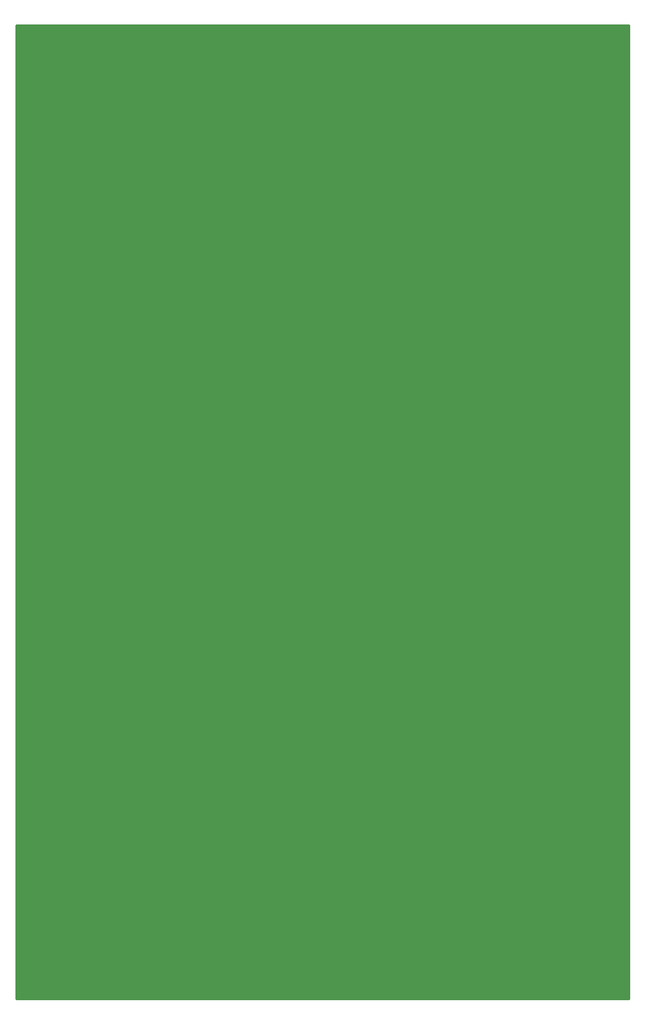
<source format=gbr>
G04 #@! TF.FileFunction,Soldermask,Bot*
%FSLAX46Y46*%
G04 Gerber Fmt 4.6, Leading zero omitted, Abs format (unit mm)*
G04 Created by KiCad (PCBNEW 4.0.1-stable) date Donnerstag, 28. April 2016 'u16' 11:16:15*
%MOMM*%
G01*
G04 APERTURE LIST*
%ADD10C,0.150000*%
%ADD11C,8.200000*%
%ADD12C,8.100000*%
%ADD13C,3.700000*%
%ADD14C,0.254000*%
G04 APERTURE END LIST*
D10*
D11*
X88330000Y-143220000D03*
X101030000Y-143220000D03*
X113710000Y-143220000D03*
X126410000Y-143220000D03*
X139120000Y-143220000D03*
X154360000Y-143220000D03*
D12*
X148020000Y-59400000D03*
D13*
X154450000Y-35120000D03*
X88390000Y-35120000D03*
X88410000Y-157660000D03*
X154420000Y-157620000D03*
D12*
X94670000Y-113400000D03*
X121350000Y-113400000D03*
X148010000Y-113370000D03*
X148030000Y-86710000D03*
X121370000Y-86710000D03*
X94680000Y-86680000D03*
D14*
G36*
X161673000Y-160373000D02*
X81027000Y-160373000D01*
X81027000Y-32227000D01*
X161673000Y-32227000D01*
X161673000Y-160373000D01*
X161673000Y-160373000D01*
G37*
X161673000Y-160373000D02*
X81027000Y-160373000D01*
X81027000Y-32227000D01*
X161673000Y-32227000D01*
X161673000Y-160373000D01*
M02*

</source>
